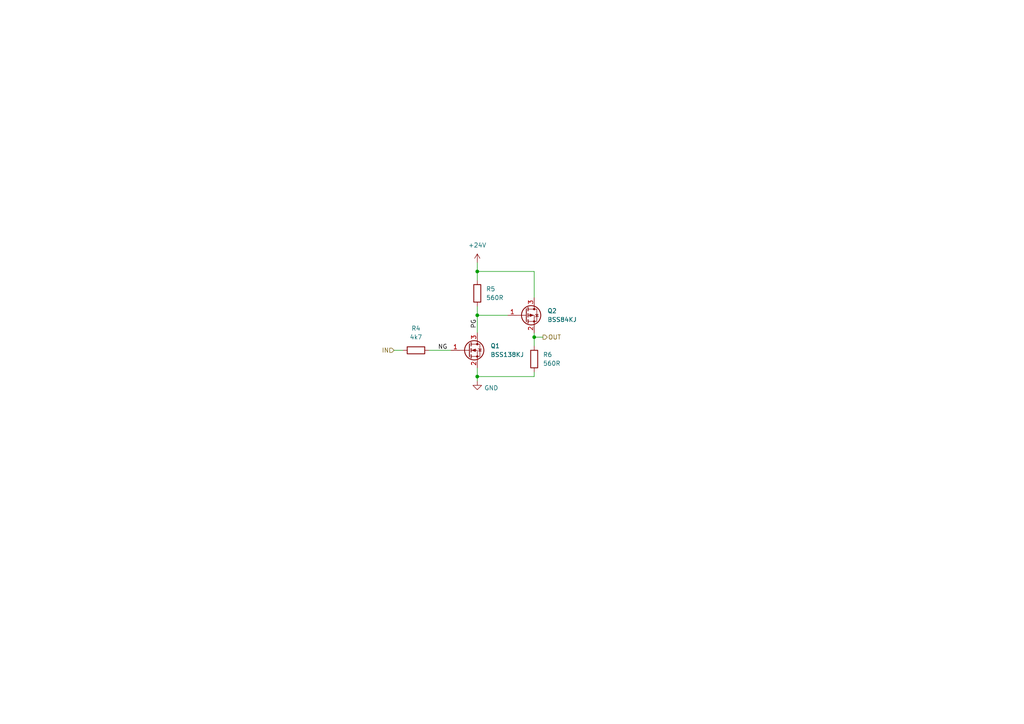
<source format=kicad_sch>
(kicad_sch (version 20231120) (generator "eeschema") (generator_version "8.0")
  (paper "A4")
  (title_block (title "Karcsi (INDACT Robot Arm) - 24V level shifter for sensors") (date "2024-05-19") (rev "1.1") (company "LEGO Kör (legokor.hu)") (comment 1 "Designed by Máté Kovács, Panka Horváth, Gergely Halász") (comment 2 "Reviewed by Máté Kovács, Andi Serban, Péter Varga"))
  (lib_symbols
    (symbol "Device:R" (pin_numbers hide) (pin_names (offset 0))
      (property "Reference" "R" (at 2.032 0 90))
      (property "Value" "R" (at 0 0 90))
      (symbol "R_0_1"
        (rectangle (start -1.016 -2.54) (end 1.016 2.54) (stroke (width 0.254)))
      )
      (symbol "R_1_1"
        (pin passive line (at 0 3.81 270) (length 1.27) (name "~") (number "1"))
        (pin passive line (at 0 -3.81 90) (length 1.27) (name "~") (number "2"))
      )
    )
    (symbol "Transistor_FET:BSS138" (pin_names hide)
      (property "Reference" "Q" (at 5.08 1.905 0))
      (property "Value" "BSS138" (at 5.08 0 0))
      (symbol "BSS138_0_1"
        (polyline (pts (xy 0.254 0) (xy -2.54 0)))
        (polyline (pts (xy 0.254 1.905) (xy 0.254 -1.905)) (stroke (width 0.254)))
        (polyline (pts (xy 0.762 -1.27) (xy 0.762 -2.286)) (stroke (width 0.254)))
        (polyline (pts (xy 0.762 0.508) (xy 0.762 -0.508)) (stroke (width 0.254)))
        (polyline (pts (xy 0.762 2.286) (xy 0.762 1.27)) (stroke (width 0.254)))
        (polyline (pts (xy 2.54 2.54) (xy 2.54 1.778)))
        (polyline (pts (xy 2.54 -2.54) (xy 2.54 0) (xy 0.762 0)))
        (polyline (pts (xy 0.762 -1.778) (xy 3.302 -1.778) (xy 3.302 1.778) (xy 0.762 1.778)))
        (polyline (pts (xy 1.016 0) (xy 2.032 0.381) (xy 2.032 -0.381) (xy 1.016 0)) (fill (type outline)))
        (polyline (pts (xy 2.794 0.508) (xy 2.921 0.381) (xy 3.683 0.381) (xy 3.81 0.254)))
        (polyline (pts (xy 3.302 0.381) (xy 2.921 -0.254) (xy 3.683 -0.254) (xy 3.302 0.381)))
        (circle (center 1.651 0) (radius 2.794) (stroke (width 0.254)))
        (circle (center 2.54 -1.778) (radius 0.254) (fill (type outline)))
        (circle (center 2.54 1.778) (radius 0.254) (fill (type outline)))
      )
      (symbol "BSS138_1_1"
        (pin input line (at -5.08 0 0) (length 2.54) (name "G") (number "1"))
        (pin passive line (at 2.54 -5.08 90) (length 2.54) (name "S") (number "2"))
        (pin passive line (at 2.54 5.08 270) (length 2.54) (name "D") (number "3"))
      )
    )
    (symbol "Transistor_FET:BSS84" (pin_names hide)
      (property "Reference" "Q" (at 5.08 1.905 0))
      (property "Value" "BSS84" (at 5.08 0 0))
      (symbol "BSS84_0_1"
        (polyline (pts (xy 0.254 0) (xy -2.54 0)))
        (polyline (pts (xy 0.254 1.905) (xy 0.254 -1.905)) (stroke (width 0.254)))
        (polyline (pts (xy 0.762 -1.27) (xy 0.762 -2.286)) (stroke (width 0.254)))
        (polyline (pts (xy 0.762 0.508) (xy 0.762 -0.508)) (stroke (width 0.254)))
        (polyline (pts (xy 0.762 2.286) (xy 0.762 1.27)) (stroke (width 0.254)))
        (polyline (pts (xy 2.54 2.54) (xy 2.54 1.778)))
        (polyline (pts (xy 2.54 -2.54) (xy 2.54 0) (xy 0.762 0)))
        (polyline (pts (xy 0.762 1.778) (xy 3.302 1.778) (xy 3.302 -1.778) (xy 0.762 -1.778)))
        (polyline (pts (xy 2.286 0) (xy 1.27 0.381) (xy 1.27 -0.381) (xy 2.286 0)) (fill (type outline)))
        (polyline (pts (xy 2.794 -0.508) (xy 2.921 -0.381) (xy 3.683 -0.381) (xy 3.81 -0.254)))
        (polyline (pts (xy 3.302 -0.381) (xy 2.921 0.254) (xy 3.683 0.254) (xy 3.302 -0.381)))
        (circle (center 1.651 0) (radius 2.794) (stroke (width 0.254)))
        (circle (center 2.54 -1.778) (radius 0.254) (fill (type outline)))
        (circle (center 2.54 1.778) (radius 0.254) (fill (type outline)))
      )
      (symbol "BSS84_1_1"
        (pin input line (at -5.08 0 0) (length 2.54) (name "G") (number "1"))
        (pin passive line (at 2.54 -5.08 90) (length 2.54) (name "S") (number "2"))
        (pin passive line (at 2.54 5.08 270) (length 2.54) (name "D") (number "3"))
      )
    )
    (symbol "power:+24V" (power) (pin_numbers hide) (pin_names (offset 0) hide)
      (property "Value" "+24V" (at 0 3.556 0))
      (symbol "+24V_0_1"
        (polyline (pts (xy -0.762 1.27) (xy 0 2.54)))
        (polyline (pts (xy 0 0) (xy 0 2.54)))
        (polyline (pts (xy 0 2.54) (xy 0.762 1.27)))
      )
      (symbol "+24V_1_1"
        (pin power_in line (at 0 0 90) (length 0) (name "~") (number "1"))
      )
    )
    (symbol "power:GND" (power) (pin_numbers hide) (pin_names (offset 0) hide)
      (property "Value" "GND" (at 0 -3.81 0))
      (symbol "GND_0_1"
        (polyline (pts (xy 0 0) (xy 0 -1.27) (xy 1.27 -1.27) (xy 0 -2.54) (xy -1.27 -1.27) (xy 0 -1.27)))
      )
      (symbol "GND_1_1"
        (pin power_in line (at 0 0 270) (length 0) (name "~") (number "1"))
      )
    )
  )
  (junction (at 138.43 109.22))
  (junction (at 138.43 91.44))
  (junction (at 154.94 97.79))
  (junction (at 138.43 78.74))
  (wire (pts (xy 154.94 97.79) (xy 157.48 97.79)))
  (wire (pts (xy 138.43 88.9) (xy 138.43 91.44)))
  (wire (pts (xy 154.94 109.22) (xy 138.43 109.22)))
  (wire (pts (xy 138.43 106.68) (xy 138.43 109.22)))
  (wire (pts (xy 138.43 76.2) (xy 138.43 78.74)))
  (wire (pts (xy 154.94 97.79) (xy 154.94 100.33)))
  (wire (pts (xy 124.46 101.6) (xy 130.81 101.6)))
  (wire (pts (xy 154.94 96.52) (xy 154.94 97.79)))
  (wire (pts (xy 114.3 101.6) (xy 116.84 101.6)))
  (wire (pts (xy 138.43 78.74) (xy 154.94 78.74)))
  (wire (pts (xy 138.43 91.44) (xy 138.43 96.52)))
  (wire (pts (xy 154.94 78.74) (xy 154.94 86.36)))
  (wire (pts (xy 154.94 107.95) (xy 154.94 109.22)))
  (wire (pts (xy 138.43 78.74) (xy 138.43 81.28)))
  (wire (pts (xy 138.43 91.44) (xy 147.32 91.44)))
  (wire (pts (xy 138.43 109.22) (xy 138.43 110.49)))
  (label "PG" (at 138.43 95.25 90))
  (label "NG" (at 127 101.6 0))
  (hierarchical_label "OUT" (shape output) (at 157.48 97.79 0))
  (hierarchical_label "IN" (shape input) (at 114.3 101.6 180))
  (symbol (lib_id "Device:R") (at 120.65 101.6 90) (unit 1)
    (property "Reference" "R4" (at 120.65 95.25 90))
    (property "Value" "4k7" (at 120.65 97.79 90))
    (property "Footprint" "Resistor_SMD:R_0805_2012Metric_Pad1.20x1.40mm_HandSolder" (effects (hide yes)))
    (property "Description" "Resistor" (effects (hide yes)))
    (property "Supplier" "Lomex" (effects (hide yes)))
    (property "Supplier item no" "81-10-95" (effects (hide yes)))
    (property "Sourced" "1" (effects (hide yes)))
    (instances (project "Aux_boards_meta" (path "" (reference "R4") (unit 1))) (project "Aux_board_1" (path "" (reference "R4") (unit 1)) (path "" (reference "R10") (unit 1)) (path "" (reference "R7") (unit 1)) (path "" (reference "R13") (unit 1)) (path "" (reference "R16") (unit 1))))
  )
  (symbol (lib_id "power:GND") (at 138.43 110.49 0) (unit 1)
    (property "Reference" "#PWR023" (effects (hide yes)))
    (property "Value" "GND" (at 142.494 112.522 0))
    (property "Description" "Power symbol creates a global label with name \"GND\" , ground" (effects (hide yes)))
    (instances (project "Aux_boards_meta" (path "" (reference "#PWR023") (unit 1))) (project "Aux_board_1" (path "" (reference "#PWR023") (unit 1)) (path "" (reference "#PWR021") (unit 1)) (path "" (reference "#PWR019") (unit 1)) (path "" (reference "#PWR025") (unit 1)) (path "" (reference "#PWR027") (unit 1))))
  )
  (symbol (lib_id "Device:R") (at 138.43 85.09 0) (unit 1)
    (property "Reference" "R5" (at 140.97 83.8199 0) (effects (justify left)))
    (property "Value" "560R" (at 140.97 86.3599 0) (effects (justify left)))
    (property "Footprint" "Resistor_SMD:R_0805_2012Metric_Pad1.20x1.40mm_HandSolder" (effects (hide yes)))
    (property "Description" "Resistor" (effects (hide yes)))
    (property "Supplier" "Lomex" (effects (hide yes)))
    (property "Supplier item no" "81-10-84" (effects (hide yes)))
    (property "Sourced" "1" (effects (hide yes)))
    (instances (project "Aux_boards_meta" (path "" (reference "R5") (unit 1))) (project "Aux_board_1" (path "" (reference "R5") (unit 1)) (path "" (reference "R11") (unit 1)) (path "" (reference "R8") (unit 1)) (path "" (reference "R14") (unit 1)) (path "" (reference "R17") (unit 1))))
  )
  (symbol (lib_id "Transistor_FET:BSS84") (at 152.4 91.44 0) (unit 1)
    (property "Reference" "Q2" (at 158.75 90.1699 0) (effects (justify left)))
    (property "Value" "BSS84KJ" (at 158.75 92.7099 0) (effects (justify left)))
    (property "Footprint" "Package_TO_SOT_SMD:SOT-23" (effects (hide yes)))
    (property "Datasheet" "https://lomex.hu/pdf/yet/(yet)_bss84kj.pdf" (effects (hide yes)))
    (property "Description" "-0.13A Id, -50V Vds, P-Channel MOSFET, SOT-23" (effects (hide yes)))
    (property "Sourced" "0" (effects (hide yes)))
    (property "Supplier" "Lomex" (effects (hide yes)))
    (property "Supplier URL" "https://lomex.hu/hu/webshop/#page,0/search,86-07-17/stype,1" (effects (hide yes)))
    (property "Supplier item no" "86-07-17" (effects (hide yes)))
    (instances (project "Aux_boards_meta" (path "" (reference "Q2") (unit 1))) (project "Aux_board_1" (path "" (reference "Q2") (unit 1)) (path "" (reference "Q6") (unit 1)) (path "" (reference "Q4") (unit 1)) (path "" (reference "Q8") (unit 1)) (path "" (reference "Q10") (unit 1))))
  )
  (symbol (lib_id "Device:R") (at 154.94 104.14 0) (unit 1)
    (property "Reference" "R6" (at 157.48 102.8699 0) (effects (justify left)))
    (property "Value" "560R" (at 157.48 105.4099 0) (effects (justify left)))
    (property "Footprint" "Resistor_SMD:R_0805_2012Metric_Pad1.20x1.40mm_HandSolder" (effects (hide yes)))
    (property "Description" "Resistor" (effects (hide yes)))
    (property "Supplier" "Lomex" (effects (hide yes)))
    (property "Supplier item no" "81-10-84" (effects (hide yes)))
    (property "Sourced" "1" (effects (hide yes)))
    (instances (project "Aux_boards_meta" (path "" (reference "R6") (unit 1))) (project "Aux_board_1" (path "" (reference "R6") (unit 1)) (path "" (reference "R12") (unit 1)) (path "" (reference "R9") (unit 1)) (path "" (reference "R15") (unit 1)) (path "" (reference "R18") (unit 1))))
  )
  (symbol (lib_id "Transistor_FET:BSS138") (at 135.89 101.6 0) (unit 1)
    (property "Reference" "Q1" (at 142.24 100.3299 0) (effects (justify left)))
    (property "Value" "BSS138KJ" (at 142.24 102.8699 0) (effects (justify left)))
    (property "Footprint" "Package_TO_SOT_SMD:SOT-23" (effects (hide yes)))
    (property "Datasheet" "https://lomex.hu/pdf/yet/(yet)_bss138kj.pdf" (effects (hide yes)))
    (property "Description" "50V Vds, 0.22A Id, N-Channel MOSFET, SOT-23" (effects (hide yes)))
    (property "Supplier" "Lomex" (effects (hide yes)))
    (property "Supplier URL" "https://lomex.hu/hu/webshop/#page,0/search,86-07-11/stype,1" (effects (hide yes)))
    (property "Supplier item no" "86-07-11" (effects (hide yes)))
    (property "Sourced" "1" (effects (hide yes)))
    (instances (project "Aux_boards_meta" (path "" (reference "Q1") (unit 1))) (project "Aux_board_1" (path "" (reference "Q1") (unit 1)) (path "" (reference "Q5") (unit 1)) (path "" (reference "Q3") (unit 1)) (path "" (reference "Q7") (unit 1)) (path "" (reference "Q9") (unit 1))))
  )
  (symbol (lib_id "power:+24V") (at 138.43 76.2 0) (unit 1)
    (property "Reference" "#PWR022" (effects (hide yes)))
    (property "Value" "+24V" (at 138.43 71.12 0))
    (property "Description" "Power symbol creates a global label with name \"+24V\"" (effects (hide yes)))
    (instances (project "Aux_boards_meta" (path "" (reference "#PWR022") (unit 1))) (project "Aux_board_1" (path "" (reference "#PWR022") (unit 1)) (path "" (reference "#PWR020") (unit 1)) (path "" (reference "#PWR018") (unit 1)) (path "" (reference "#PWR024") (unit 1)) (path "" (reference "#PWR026") (unit 1))))
  )
)
</source>
